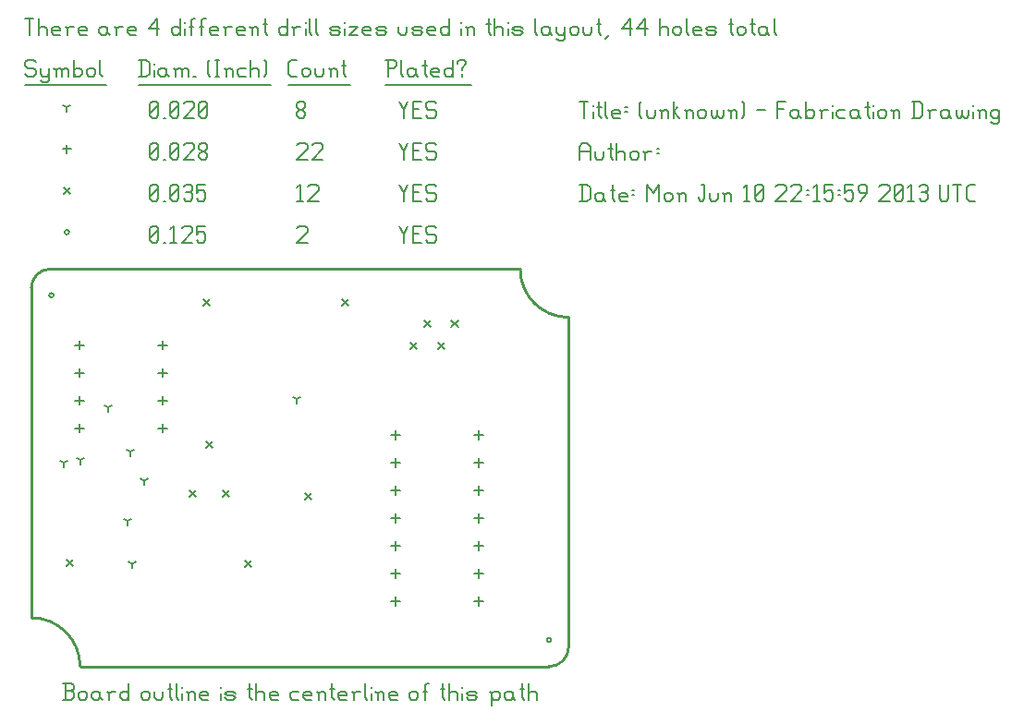
<source format=gbr>
G04 start of page 12 for group -3984 idx -3984 *
G04 Title: (unknown), fab *
G04 Creator: pcb 20110918 *
G04 CreationDate: Mon Jun 10 22:15:59 2013 UTC *
G04 For: fosse *
G04 Format: Gerber/RS-274X *
G04 PCB-Dimensions: 200000 148000 *
G04 PCB-Coordinate-Origin: lower left *
%MOIN*%
%FSLAX25Y25*%
%LNFAB*%
%ADD93C,0.0100*%
%ADD92C,0.0075*%
%ADD91C,0.0060*%
%ADD90R,0.0080X0.0080*%
G54D90*X8700Y136500D02*G75*G03X10300Y136500I800J0D01*G01*
G75*G03X8700Y136500I-800J0D01*G01*
X188100Y12100D02*G75*G03X189700Y12100I800J0D01*G01*
G75*G03X188100Y12100I-800J0D01*G01*
X14200Y159250D02*G75*G03X15800Y159250I800J0D01*G01*
G75*G03X14200Y159250I-800J0D01*G01*
G54D91*X135000Y161500D02*X136500Y158500D01*
X138000Y161500D01*
X136500Y158500D02*Y155500D01*
X139800Y158800D02*X142050D01*
X139800Y155500D02*X142800D01*
X139800Y161500D02*Y155500D01*
Y161500D02*X142800D01*
X147600D02*X148350Y160750D01*
X145350Y161500D02*X147600D01*
X144600Y160750D02*X145350Y161500D01*
X144600Y160750D02*Y159250D01*
X145350Y158500D01*
X147600D01*
X148350Y157750D01*
Y156250D01*
X147600Y155500D02*X148350Y156250D01*
X145350Y155500D02*X147600D01*
X144600Y156250D02*X145350Y155500D01*
X98000Y160750D02*X98750Y161500D01*
X101000D01*
X101750Y160750D01*
Y159250D01*
X98000Y155500D02*X101750Y159250D01*
X98000Y155500D02*X101750D01*
X45000Y156250D02*X45750Y155500D01*
X45000Y160750D02*Y156250D01*
Y160750D02*X45750Y161500D01*
X47250D01*
X48000Y160750D01*
Y156250D01*
X47250Y155500D02*X48000Y156250D01*
X45750Y155500D02*X47250D01*
X45000Y157000D02*X48000Y160000D01*
X49800Y155500D02*X50550D01*
X52350Y160300D02*X53550Y161500D01*
Y155500D01*
X52350D02*X54600D01*
X56400Y160750D02*X57150Y161500D01*
X59400D01*
X60150Y160750D01*
Y159250D01*
X56400Y155500D02*X60150Y159250D01*
X56400Y155500D02*X60150D01*
X61950Y161500D02*X64950D01*
X61950D02*Y158500D01*
X62700Y159250D01*
X64200D01*
X64950Y158500D01*
Y156250D01*
X64200Y155500D02*X64950Y156250D01*
X62700Y155500D02*X64200D01*
X61950Y156250D02*X62700Y155500D01*
X59300Y66200D02*X61700Y63800D01*
X59300D02*X61700Y66200D01*
X71100D02*X73500Y63800D01*
X71100D02*X73500Y66200D01*
X138957Y119471D02*X141357Y117071D01*
X138957D02*X141357Y119471D01*
X143879Y127345D02*X146279Y124945D01*
X143879D02*X146279Y127345D01*
X148800Y119471D02*X151200Y117071D01*
X148800D02*X151200Y119471D01*
X153721Y127345D02*X156121Y124945D01*
X153721D02*X156121Y127345D01*
X64300Y135200D02*X66700Y132800D01*
X64300D02*X66700Y135200D01*
X114300D02*X116700Y132800D01*
X114300D02*X116700Y135200D01*
X100800Y65200D02*X103200Y62800D01*
X100800D02*X103200Y65200D01*
X65300Y83700D02*X67700Y81300D01*
X65300D02*X67700Y83700D01*
X79300Y40700D02*X81700Y38300D01*
X79300D02*X81700Y40700D01*
X14800Y41200D02*X17200Y38800D01*
X14800D02*X17200Y41200D01*
X13800Y175450D02*X16200Y173050D01*
X13800D02*X16200Y175450D01*
X135000Y176500D02*X136500Y173500D01*
X138000Y176500D01*
X136500Y173500D02*Y170500D01*
X139800Y173800D02*X142050D01*
X139800Y170500D02*X142800D01*
X139800Y176500D02*Y170500D01*
Y176500D02*X142800D01*
X147600D02*X148350Y175750D01*
X145350Y176500D02*X147600D01*
X144600Y175750D02*X145350Y176500D01*
X144600Y175750D02*Y174250D01*
X145350Y173500D01*
X147600D01*
X148350Y172750D01*
Y171250D01*
X147600Y170500D02*X148350Y171250D01*
X145350Y170500D02*X147600D01*
X144600Y171250D02*X145350Y170500D01*
X98000Y175300D02*X99200Y176500D01*
Y170500D01*
X98000D02*X100250D01*
X102050Y175750D02*X102800Y176500D01*
X105050D01*
X105800Y175750D01*
Y174250D01*
X102050Y170500D02*X105800Y174250D01*
X102050Y170500D02*X105800D01*
X45000Y171250D02*X45750Y170500D01*
X45000Y175750D02*Y171250D01*
Y175750D02*X45750Y176500D01*
X47250D01*
X48000Y175750D01*
Y171250D01*
X47250Y170500D02*X48000Y171250D01*
X45750Y170500D02*X47250D01*
X45000Y172000D02*X48000Y175000D01*
X49800Y170500D02*X50550D01*
X52350Y171250D02*X53100Y170500D01*
X52350Y175750D02*Y171250D01*
Y175750D02*X53100Y176500D01*
X54600D01*
X55350Y175750D01*
Y171250D01*
X54600Y170500D02*X55350Y171250D01*
X53100Y170500D02*X54600D01*
X52350Y172000D02*X55350Y175000D01*
X57150Y175750D02*X57900Y176500D01*
X59400D01*
X60150Y175750D01*
X59400Y170500D02*X60150Y171250D01*
X57900Y170500D02*X59400D01*
X57150Y171250D02*X57900Y170500D01*
Y173800D02*X59400D01*
X60150Y175750D02*Y174550D01*
Y173050D02*Y171250D01*
Y173050D02*X59400Y173800D01*
X60150Y174550D02*X59400Y173800D01*
X61950Y176500D02*X64950D01*
X61950D02*Y173500D01*
X62700Y174250D01*
X64200D01*
X64950Y173500D01*
Y171250D01*
X64200Y170500D02*X64950Y171250D01*
X62700Y170500D02*X64200D01*
X61950Y171250D02*X62700Y170500D01*
X133500Y27600D02*Y24400D01*
X131900Y26000D02*X135100D01*
X133500Y37600D02*Y34400D01*
X131900Y36000D02*X135100D01*
X133500Y47600D02*Y44400D01*
X131900Y46000D02*X135100D01*
X133500Y57600D02*Y54400D01*
X131900Y56000D02*X135100D01*
X133500Y67600D02*Y64400D01*
X131900Y66000D02*X135100D01*
X133500Y77600D02*Y74400D01*
X131900Y76000D02*X135100D01*
X133500Y87600D02*Y84400D01*
X131900Y86000D02*X135100D01*
X163500Y87600D02*Y84400D01*
X161900Y86000D02*X165100D01*
X163500Y77600D02*Y74400D01*
X161900Y76000D02*X165100D01*
X163500Y67600D02*Y64400D01*
X161900Y66000D02*X165100D01*
X163500Y57600D02*Y54400D01*
X161900Y56000D02*X165100D01*
X163500Y47600D02*Y44400D01*
X161900Y46000D02*X165100D01*
X163500Y37600D02*Y34400D01*
X161900Y36000D02*X165100D01*
X163500Y27600D02*Y24400D01*
X161900Y26000D02*X165100D01*
X19500Y90100D02*Y86900D01*
X17900Y88500D02*X21100D01*
X19500Y100100D02*Y96900D01*
X17900Y98500D02*X21100D01*
X19500Y110100D02*Y106900D01*
X17900Y108500D02*X21100D01*
X19500Y120100D02*Y116900D01*
X17900Y118500D02*X21100D01*
X49500Y120100D02*Y116900D01*
X47900Y118500D02*X51100D01*
X49500Y110100D02*Y106900D01*
X47900Y108500D02*X51100D01*
X49500Y100100D02*Y96900D01*
X47900Y98500D02*X51100D01*
X49500Y90100D02*Y86900D01*
X47900Y88500D02*X51100D01*
X15000Y190850D02*Y187650D01*
X13400Y189250D02*X16600D01*
X135000Y191500D02*X136500Y188500D01*
X138000Y191500D01*
X136500Y188500D02*Y185500D01*
X139800Y188800D02*X142050D01*
X139800Y185500D02*X142800D01*
X139800Y191500D02*Y185500D01*
Y191500D02*X142800D01*
X147600D02*X148350Y190750D01*
X145350Y191500D02*X147600D01*
X144600Y190750D02*X145350Y191500D01*
X144600Y190750D02*Y189250D01*
X145350Y188500D01*
X147600D01*
X148350Y187750D01*
Y186250D01*
X147600Y185500D02*X148350Y186250D01*
X145350Y185500D02*X147600D01*
X144600Y186250D02*X145350Y185500D01*
X98000Y190750D02*X98750Y191500D01*
X101000D01*
X101750Y190750D01*
Y189250D01*
X98000Y185500D02*X101750Y189250D01*
X98000Y185500D02*X101750D01*
X103550Y190750D02*X104300Y191500D01*
X106550D01*
X107300Y190750D01*
Y189250D01*
X103550Y185500D02*X107300Y189250D01*
X103550Y185500D02*X107300D01*
X45000Y186250D02*X45750Y185500D01*
X45000Y190750D02*Y186250D01*
Y190750D02*X45750Y191500D01*
X47250D01*
X48000Y190750D01*
Y186250D01*
X47250Y185500D02*X48000Y186250D01*
X45750Y185500D02*X47250D01*
X45000Y187000D02*X48000Y190000D01*
X49800Y185500D02*X50550D01*
X52350Y186250D02*X53100Y185500D01*
X52350Y190750D02*Y186250D01*
Y190750D02*X53100Y191500D01*
X54600D01*
X55350Y190750D01*
Y186250D01*
X54600Y185500D02*X55350Y186250D01*
X53100Y185500D02*X54600D01*
X52350Y187000D02*X55350Y190000D01*
X57150Y190750D02*X57900Y191500D01*
X60150D01*
X60900Y190750D01*
Y189250D01*
X57150Y185500D02*X60900Y189250D01*
X57150Y185500D02*X60900D01*
X62700Y186250D02*X63450Y185500D01*
X62700Y187450D02*Y186250D01*
Y187450D02*X63750Y188500D01*
X64650D01*
X65700Y187450D01*
Y186250D01*
X64950Y185500D02*X65700Y186250D01*
X63450Y185500D02*X64950D01*
X62700Y189550D02*X63750Y188500D01*
X62700Y190750D02*Y189550D01*
Y190750D02*X63450Y191500D01*
X64950D01*
X65700Y190750D01*
Y189550D01*
X64650Y188500D02*X65700Y189550D01*
X98000Y99000D02*Y97400D01*
Y99000D02*X99387Y99800D01*
X98000Y99000D02*X96613Y99800D01*
X38000Y80000D02*Y78400D01*
Y80000D02*X39387Y80800D01*
X38000Y80000D02*X36613Y80800D01*
X43000Y69500D02*Y67900D01*
Y69500D02*X44387Y70300D01*
X43000Y69500D02*X41613Y70300D01*
X30000Y96000D02*Y94400D01*
Y96000D02*X31387Y96800D01*
X30000Y96000D02*X28613Y96800D01*
X37000Y55000D02*Y53400D01*
Y55000D02*X38387Y55800D01*
X37000Y55000D02*X35613Y55800D01*
X38500Y39500D02*Y37900D01*
Y39500D02*X39887Y40300D01*
X38500Y39500D02*X37113Y40300D01*
X20000Y77000D02*Y75400D01*
Y77000D02*X21387Y77800D01*
X20000Y77000D02*X18613Y77800D01*
X14000Y76000D02*Y74400D01*
Y76000D02*X15387Y76800D01*
X14000Y76000D02*X12613Y76800D01*
X15000Y204250D02*Y202650D01*
Y204250D02*X16387Y205050D01*
X15000Y204250D02*X13613Y205050D01*
X135000Y206500D02*X136500Y203500D01*
X138000Y206500D01*
X136500Y203500D02*Y200500D01*
X139800Y203800D02*X142050D01*
X139800Y200500D02*X142800D01*
X139800Y206500D02*Y200500D01*
Y206500D02*X142800D01*
X147600D02*X148350Y205750D01*
X145350Y206500D02*X147600D01*
X144600Y205750D02*X145350Y206500D01*
X144600Y205750D02*Y204250D01*
X145350Y203500D01*
X147600D01*
X148350Y202750D01*
Y201250D01*
X147600Y200500D02*X148350Y201250D01*
X145350Y200500D02*X147600D01*
X144600Y201250D02*X145350Y200500D01*
X98000Y201250D02*X98750Y200500D01*
X98000Y202450D02*Y201250D01*
Y202450D02*X99050Y203500D01*
X99950D01*
X101000Y202450D01*
Y201250D01*
X100250Y200500D02*X101000Y201250D01*
X98750Y200500D02*X100250D01*
X98000Y204550D02*X99050Y203500D01*
X98000Y205750D02*Y204550D01*
Y205750D02*X98750Y206500D01*
X100250D01*
X101000Y205750D01*
Y204550D01*
X99950Y203500D02*X101000Y204550D01*
X45000Y201250D02*X45750Y200500D01*
X45000Y205750D02*Y201250D01*
Y205750D02*X45750Y206500D01*
X47250D01*
X48000Y205750D01*
Y201250D01*
X47250Y200500D02*X48000Y201250D01*
X45750Y200500D02*X47250D01*
X45000Y202000D02*X48000Y205000D01*
X49800Y200500D02*X50550D01*
X52350Y201250D02*X53100Y200500D01*
X52350Y205750D02*Y201250D01*
Y205750D02*X53100Y206500D01*
X54600D01*
X55350Y205750D01*
Y201250D01*
X54600Y200500D02*X55350Y201250D01*
X53100Y200500D02*X54600D01*
X52350Y202000D02*X55350Y205000D01*
X57150Y205750D02*X57900Y206500D01*
X60150D01*
X60900Y205750D01*
Y204250D01*
X57150Y200500D02*X60900Y204250D01*
X57150Y200500D02*X60900D01*
X62700Y201250D02*X63450Y200500D01*
X62700Y205750D02*Y201250D01*
Y205750D02*X63450Y206500D01*
X64950D01*
X65700Y205750D01*
Y201250D01*
X64950Y200500D02*X65700Y201250D01*
X63450Y200500D02*X64950D01*
X62700Y202000D02*X65700Y205000D01*
X3000Y221500D02*X3750Y220750D01*
X750Y221500D02*X3000D01*
X0Y220750D02*X750Y221500D01*
X0Y220750D02*Y219250D01*
X750Y218500D01*
X3000D01*
X3750Y217750D01*
Y216250D01*
X3000Y215500D02*X3750Y216250D01*
X750Y215500D02*X3000D01*
X0Y216250D02*X750Y215500D01*
X5550Y218500D02*Y216250D01*
X6300Y215500D01*
X8550Y218500D02*Y214000D01*
X7800Y213250D02*X8550Y214000D01*
X6300Y213250D02*X7800D01*
X5550Y214000D02*X6300Y213250D01*
Y215500D02*X7800D01*
X8550Y216250D01*
X11100Y217750D02*Y215500D01*
Y217750D02*X11850Y218500D01*
X12600D01*
X13350Y217750D01*
Y215500D01*
Y217750D02*X14100Y218500D01*
X14850D01*
X15600Y217750D01*
Y215500D01*
X10350Y218500D02*X11100Y217750D01*
X17400Y221500D02*Y215500D01*
Y216250D02*X18150Y215500D01*
X19650D01*
X20400Y216250D01*
Y217750D02*Y216250D01*
X19650Y218500D02*X20400Y217750D01*
X18150Y218500D02*X19650D01*
X17400Y217750D02*X18150Y218500D01*
X22200Y217750D02*Y216250D01*
Y217750D02*X22950Y218500D01*
X24450D01*
X25200Y217750D01*
Y216250D01*
X24450Y215500D02*X25200Y216250D01*
X22950Y215500D02*X24450D01*
X22200Y216250D02*X22950Y215500D01*
X27000Y221500D02*Y216250D01*
X27750Y215500D01*
X0Y212250D02*X29250D01*
X41750Y221500D02*Y215500D01*
X43700Y221500D02*X44750Y220450D01*
Y216550D01*
X43700Y215500D02*X44750Y216550D01*
X41000Y215500D02*X43700D01*
X41000Y221500D02*X43700D01*
G54D92*X46550Y220000D02*Y219850D01*
G54D91*Y217750D02*Y215500D01*
X50300Y218500D02*X51050Y217750D01*
X48800Y218500D02*X50300D01*
X48050Y217750D02*X48800Y218500D01*
X48050Y217750D02*Y216250D01*
X48800Y215500D01*
X51050Y218500D02*Y216250D01*
X51800Y215500D01*
X48800D02*X50300D01*
X51050Y216250D01*
X54350Y217750D02*Y215500D01*
Y217750D02*X55100Y218500D01*
X55850D01*
X56600Y217750D01*
Y215500D01*
Y217750D02*X57350Y218500D01*
X58100D01*
X58850Y217750D01*
Y215500D01*
X53600Y218500D02*X54350Y217750D01*
X60650Y215500D02*X61400D01*
X65900Y216250D02*X66650Y215500D01*
X65900Y220750D02*X66650Y221500D01*
X65900Y220750D02*Y216250D01*
X68450Y221500D02*X69950D01*
X69200D02*Y215500D01*
X68450D02*X69950D01*
X72500Y217750D02*Y215500D01*
Y217750D02*X73250Y218500D01*
X74000D01*
X74750Y217750D01*
Y215500D01*
X71750Y218500D02*X72500Y217750D01*
X77300Y218500D02*X79550D01*
X76550Y217750D02*X77300Y218500D01*
X76550Y217750D02*Y216250D01*
X77300Y215500D01*
X79550D01*
X81350Y221500D02*Y215500D01*
Y217750D02*X82100Y218500D01*
X83600D01*
X84350Y217750D01*
Y215500D01*
X86150Y221500D02*X86900Y220750D01*
Y216250D01*
X86150Y215500D02*X86900Y216250D01*
X41000Y212250D02*X88700D01*
X96050Y215500D02*X98000D01*
X95000Y216550D02*X96050Y215500D01*
X95000Y220450D02*Y216550D01*
Y220450D02*X96050Y221500D01*
X98000D01*
X99800Y217750D02*Y216250D01*
Y217750D02*X100550Y218500D01*
X102050D01*
X102800Y217750D01*
Y216250D01*
X102050Y215500D02*X102800Y216250D01*
X100550Y215500D02*X102050D01*
X99800Y216250D02*X100550Y215500D01*
X104600Y218500D02*Y216250D01*
X105350Y215500D01*
X106850D01*
X107600Y216250D01*
Y218500D02*Y216250D01*
X110150Y217750D02*Y215500D01*
Y217750D02*X110900Y218500D01*
X111650D01*
X112400Y217750D01*
Y215500D01*
X109400Y218500D02*X110150Y217750D01*
X114950Y221500D02*Y216250D01*
X115700Y215500D01*
X114200Y219250D02*X115700D01*
X95000Y212250D02*X117200D01*
X130750Y221500D02*Y215500D01*
X130000Y221500D02*X133000D01*
X133750Y220750D01*
Y219250D01*
X133000Y218500D02*X133750Y219250D01*
X130750Y218500D02*X133000D01*
X135550Y221500D02*Y216250D01*
X136300Y215500D01*
X140050Y218500D02*X140800Y217750D01*
X138550Y218500D02*X140050D01*
X137800Y217750D02*X138550Y218500D01*
X137800Y217750D02*Y216250D01*
X138550Y215500D01*
X140800Y218500D02*Y216250D01*
X141550Y215500D01*
X138550D02*X140050D01*
X140800Y216250D01*
X144100Y221500D02*Y216250D01*
X144850Y215500D01*
X143350Y219250D02*X144850D01*
X147100Y215500D02*X149350D01*
X146350Y216250D02*X147100Y215500D01*
X146350Y217750D02*Y216250D01*
Y217750D02*X147100Y218500D01*
X148600D01*
X149350Y217750D01*
X146350Y217000D02*X149350D01*
Y217750D02*Y217000D01*
X154150Y221500D02*Y215500D01*
X153400D02*X154150Y216250D01*
X151900Y215500D02*X153400D01*
X151150Y216250D02*X151900Y215500D01*
X151150Y217750D02*Y216250D01*
Y217750D02*X151900Y218500D01*
X153400D01*
X154150Y217750D01*
X157450Y218500D02*Y217750D01*
Y216250D02*Y215500D01*
X155950Y220750D02*Y220000D01*
Y220750D02*X156700Y221500D01*
X158200D01*
X158950Y220750D01*
Y220000D01*
X157450Y218500D02*X158950Y220000D01*
X130000Y212250D02*X160750D01*
X0Y236500D02*X3000D01*
X1500D02*Y230500D01*
X4800Y236500D02*Y230500D01*
Y232750D02*X5550Y233500D01*
X7050D01*
X7800Y232750D01*
Y230500D01*
X10350D02*X12600D01*
X9600Y231250D02*X10350Y230500D01*
X9600Y232750D02*Y231250D01*
Y232750D02*X10350Y233500D01*
X11850D01*
X12600Y232750D01*
X9600Y232000D02*X12600D01*
Y232750D02*Y232000D01*
X15150Y232750D02*Y230500D01*
Y232750D02*X15900Y233500D01*
X17400D01*
X14400D02*X15150Y232750D01*
X19950Y230500D02*X22200D01*
X19200Y231250D02*X19950Y230500D01*
X19200Y232750D02*Y231250D01*
Y232750D02*X19950Y233500D01*
X21450D01*
X22200Y232750D01*
X19200Y232000D02*X22200D01*
Y232750D02*Y232000D01*
X28950Y233500D02*X29700Y232750D01*
X27450Y233500D02*X28950D01*
X26700Y232750D02*X27450Y233500D01*
X26700Y232750D02*Y231250D01*
X27450Y230500D01*
X29700Y233500D02*Y231250D01*
X30450Y230500D01*
X27450D02*X28950D01*
X29700Y231250D01*
X33000Y232750D02*Y230500D01*
Y232750D02*X33750Y233500D01*
X35250D01*
X32250D02*X33000Y232750D01*
X37800Y230500D02*X40050D01*
X37050Y231250D02*X37800Y230500D01*
X37050Y232750D02*Y231250D01*
Y232750D02*X37800Y233500D01*
X39300D01*
X40050Y232750D01*
X37050Y232000D02*X40050D01*
Y232750D02*Y232000D01*
X44550Y232750D02*X47550Y236500D01*
X44550Y232750D02*X48300D01*
X47550Y236500D02*Y230500D01*
X55800Y236500D02*Y230500D01*
X55050D02*X55800Y231250D01*
X53550Y230500D02*X55050D01*
X52800Y231250D02*X53550Y230500D01*
X52800Y232750D02*Y231250D01*
Y232750D02*X53550Y233500D01*
X55050D01*
X55800Y232750D01*
G54D92*X57600Y235000D02*Y234850D01*
G54D91*Y232750D02*Y230500D01*
X59850Y235750D02*Y230500D01*
Y235750D02*X60600Y236500D01*
X61350D01*
X59100Y233500D02*X60600D01*
X63600Y235750D02*Y230500D01*
Y235750D02*X64350Y236500D01*
X65100D01*
X62850Y233500D02*X64350D01*
X67350Y230500D02*X69600D01*
X66600Y231250D02*X67350Y230500D01*
X66600Y232750D02*Y231250D01*
Y232750D02*X67350Y233500D01*
X68850D01*
X69600Y232750D01*
X66600Y232000D02*X69600D01*
Y232750D02*Y232000D01*
X72150Y232750D02*Y230500D01*
Y232750D02*X72900Y233500D01*
X74400D01*
X71400D02*X72150Y232750D01*
X76950Y230500D02*X79200D01*
X76200Y231250D02*X76950Y230500D01*
X76200Y232750D02*Y231250D01*
Y232750D02*X76950Y233500D01*
X78450D01*
X79200Y232750D01*
X76200Y232000D02*X79200D01*
Y232750D02*Y232000D01*
X81750Y232750D02*Y230500D01*
Y232750D02*X82500Y233500D01*
X83250D01*
X84000Y232750D01*
Y230500D01*
X81000Y233500D02*X81750Y232750D01*
X86550Y236500D02*Y231250D01*
X87300Y230500D01*
X85800Y234250D02*X87300D01*
X94500Y236500D02*Y230500D01*
X93750D02*X94500Y231250D01*
X92250Y230500D02*X93750D01*
X91500Y231250D02*X92250Y230500D01*
X91500Y232750D02*Y231250D01*
Y232750D02*X92250Y233500D01*
X93750D01*
X94500Y232750D01*
X97050D02*Y230500D01*
Y232750D02*X97800Y233500D01*
X99300D01*
X96300D02*X97050Y232750D01*
G54D92*X101100Y235000D02*Y234850D01*
G54D91*Y232750D02*Y230500D01*
X102600Y236500D02*Y231250D01*
X103350Y230500D01*
X104850Y236500D02*Y231250D01*
X105600Y230500D01*
X110550D02*X112800D01*
X113550Y231250D01*
X112800Y232000D02*X113550Y231250D01*
X110550Y232000D02*X112800D01*
X109800Y232750D02*X110550Y232000D01*
X109800Y232750D02*X110550Y233500D01*
X112800D01*
X113550Y232750D01*
X109800Y231250D02*X110550Y230500D01*
G54D92*X115350Y235000D02*Y234850D01*
G54D91*Y232750D02*Y230500D01*
X116850Y233500D02*X119850D01*
X116850Y230500D02*X119850Y233500D01*
X116850Y230500D02*X119850D01*
X122400D02*X124650D01*
X121650Y231250D02*X122400Y230500D01*
X121650Y232750D02*Y231250D01*
Y232750D02*X122400Y233500D01*
X123900D01*
X124650Y232750D01*
X121650Y232000D02*X124650D01*
Y232750D02*Y232000D01*
X127200Y230500D02*X129450D01*
X130200Y231250D01*
X129450Y232000D02*X130200Y231250D01*
X127200Y232000D02*X129450D01*
X126450Y232750D02*X127200Y232000D01*
X126450Y232750D02*X127200Y233500D01*
X129450D01*
X130200Y232750D01*
X126450Y231250D02*X127200Y230500D01*
X134700Y233500D02*Y231250D01*
X135450Y230500D01*
X136950D01*
X137700Y231250D01*
Y233500D02*Y231250D01*
X140250Y230500D02*X142500D01*
X143250Y231250D01*
X142500Y232000D02*X143250Y231250D01*
X140250Y232000D02*X142500D01*
X139500Y232750D02*X140250Y232000D01*
X139500Y232750D02*X140250Y233500D01*
X142500D01*
X143250Y232750D01*
X139500Y231250D02*X140250Y230500D01*
X145800D02*X148050D01*
X145050Y231250D02*X145800Y230500D01*
X145050Y232750D02*Y231250D01*
Y232750D02*X145800Y233500D01*
X147300D01*
X148050Y232750D01*
X145050Y232000D02*X148050D01*
Y232750D02*Y232000D01*
X152850Y236500D02*Y230500D01*
X152100D02*X152850Y231250D01*
X150600Y230500D02*X152100D01*
X149850Y231250D02*X150600Y230500D01*
X149850Y232750D02*Y231250D01*
Y232750D02*X150600Y233500D01*
X152100D01*
X152850Y232750D01*
G54D92*X157350Y235000D02*Y234850D01*
G54D91*Y232750D02*Y230500D01*
X159600Y232750D02*Y230500D01*
Y232750D02*X160350Y233500D01*
X161100D01*
X161850Y232750D01*
Y230500D01*
X158850Y233500D02*X159600Y232750D01*
X167100Y236500D02*Y231250D01*
X167850Y230500D01*
X166350Y234250D02*X167850D01*
X169350Y236500D02*Y230500D01*
Y232750D02*X170100Y233500D01*
X171600D01*
X172350Y232750D01*
Y230500D01*
G54D92*X174150Y235000D02*Y234850D01*
G54D91*Y232750D02*Y230500D01*
X176400D02*X178650D01*
X179400Y231250D01*
X178650Y232000D02*X179400Y231250D01*
X176400Y232000D02*X178650D01*
X175650Y232750D02*X176400Y232000D01*
X175650Y232750D02*X176400Y233500D01*
X178650D01*
X179400Y232750D01*
X175650Y231250D02*X176400Y230500D01*
X183900Y236500D02*Y231250D01*
X184650Y230500D01*
X188400Y233500D02*X189150Y232750D01*
X186900Y233500D02*X188400D01*
X186150Y232750D02*X186900Y233500D01*
X186150Y232750D02*Y231250D01*
X186900Y230500D01*
X189150Y233500D02*Y231250D01*
X189900Y230500D01*
X186900D02*X188400D01*
X189150Y231250D01*
X191700Y233500D02*Y231250D01*
X192450Y230500D01*
X194700Y233500D02*Y229000D01*
X193950Y228250D02*X194700Y229000D01*
X192450Y228250D02*X193950D01*
X191700Y229000D02*X192450Y228250D01*
Y230500D02*X193950D01*
X194700Y231250D01*
X196500Y232750D02*Y231250D01*
Y232750D02*X197250Y233500D01*
X198750D01*
X199500Y232750D01*
Y231250D01*
X198750Y230500D02*X199500Y231250D01*
X197250Y230500D02*X198750D01*
X196500Y231250D02*X197250Y230500D01*
X201300Y233500D02*Y231250D01*
X202050Y230500D01*
X203550D01*
X204300Y231250D01*
Y233500D02*Y231250D01*
X206850Y236500D02*Y231250D01*
X207600Y230500D01*
X206100Y234250D02*X207600D01*
X209100Y229000D02*X210600Y230500D01*
X215100Y232750D02*X218100Y236500D01*
X215100Y232750D02*X218850D01*
X218100Y236500D02*Y230500D01*
X220650Y232750D02*X223650Y236500D01*
X220650Y232750D02*X224400D01*
X223650Y236500D02*Y230500D01*
X228900Y236500D02*Y230500D01*
Y232750D02*X229650Y233500D01*
X231150D01*
X231900Y232750D01*
Y230500D01*
X233700Y232750D02*Y231250D01*
Y232750D02*X234450Y233500D01*
X235950D01*
X236700Y232750D01*
Y231250D01*
X235950Y230500D02*X236700Y231250D01*
X234450Y230500D02*X235950D01*
X233700Y231250D02*X234450Y230500D01*
X238500Y236500D02*Y231250D01*
X239250Y230500D01*
X241500D02*X243750D01*
X240750Y231250D02*X241500Y230500D01*
X240750Y232750D02*Y231250D01*
Y232750D02*X241500Y233500D01*
X243000D01*
X243750Y232750D01*
X240750Y232000D02*X243750D01*
Y232750D02*Y232000D01*
X246300Y230500D02*X248550D01*
X249300Y231250D01*
X248550Y232000D02*X249300Y231250D01*
X246300Y232000D02*X248550D01*
X245550Y232750D02*X246300Y232000D01*
X245550Y232750D02*X246300Y233500D01*
X248550D01*
X249300Y232750D01*
X245550Y231250D02*X246300Y230500D01*
X254550Y236500D02*Y231250D01*
X255300Y230500D01*
X253800Y234250D02*X255300D01*
X256800Y232750D02*Y231250D01*
Y232750D02*X257550Y233500D01*
X259050D01*
X259800Y232750D01*
Y231250D01*
X259050Y230500D02*X259800Y231250D01*
X257550Y230500D02*X259050D01*
X256800Y231250D02*X257550Y230500D01*
X262350Y236500D02*Y231250D01*
X263100Y230500D01*
X261600Y234250D02*X263100D01*
X266850Y233500D02*X267600Y232750D01*
X265350Y233500D02*X266850D01*
X264600Y232750D02*X265350Y233500D01*
X264600Y232750D02*Y231250D01*
X265350Y230500D01*
X267600Y233500D02*Y231250D01*
X268350Y230500D01*
X265350D02*X266850D01*
X267600Y231250D01*
X270150Y236500D02*Y231250D01*
X270900Y230500D01*
G54D93*X178500Y146000D02*X9000D01*
X196000Y9500D02*Y128500D01*
X19800Y2500D02*X189000D01*
X2200Y139300D02*Y20100D01*
X189000Y2500D02*G75*G03X196000Y9500I0J7000D01*G01*
X178500Y146000D02*G75*G03X196000Y128500I17500J0D01*G01*
X9100Y146000D02*G75*G03X2200Y139100I0J-6900D01*G01*
X2200Y20100D02*G75*G02X19800Y2500I0J-17600D01*G01*
G54D91*X13675Y-9500D02*X16675D01*
X17425Y-8750D01*
Y-6950D02*Y-8750D01*
X16675Y-6200D02*X17425Y-6950D01*
X14425Y-6200D02*X16675D01*
X14425Y-3500D02*Y-9500D01*
X13675Y-3500D02*X16675D01*
X17425Y-4250D01*
Y-5450D01*
X16675Y-6200D02*X17425Y-5450D01*
X19225Y-7250D02*Y-8750D01*
Y-7250D02*X19975Y-6500D01*
X21475D01*
X22225Y-7250D01*
Y-8750D01*
X21475Y-9500D02*X22225Y-8750D01*
X19975Y-9500D02*X21475D01*
X19225Y-8750D02*X19975Y-9500D01*
X26275Y-6500D02*X27025Y-7250D01*
X24775Y-6500D02*X26275D01*
X24025Y-7250D02*X24775Y-6500D01*
X24025Y-7250D02*Y-8750D01*
X24775Y-9500D01*
X27025Y-6500D02*Y-8750D01*
X27775Y-9500D01*
X24775D02*X26275D01*
X27025Y-8750D01*
X30325Y-7250D02*Y-9500D01*
Y-7250D02*X31075Y-6500D01*
X32575D01*
X29575D02*X30325Y-7250D01*
X37375Y-3500D02*Y-9500D01*
X36625D02*X37375Y-8750D01*
X35125Y-9500D02*X36625D01*
X34375Y-8750D02*X35125Y-9500D01*
X34375Y-7250D02*Y-8750D01*
Y-7250D02*X35125Y-6500D01*
X36625D01*
X37375Y-7250D01*
X41875D02*Y-8750D01*
Y-7250D02*X42625Y-6500D01*
X44125D01*
X44875Y-7250D01*
Y-8750D01*
X44125Y-9500D02*X44875Y-8750D01*
X42625Y-9500D02*X44125D01*
X41875Y-8750D02*X42625Y-9500D01*
X46675Y-6500D02*Y-8750D01*
X47425Y-9500D01*
X48925D01*
X49675Y-8750D01*
Y-6500D02*Y-8750D01*
X52225Y-3500D02*Y-8750D01*
X52975Y-9500D01*
X51475Y-5750D02*X52975D01*
X54475Y-3500D02*Y-8750D01*
X55225Y-9500D01*
G54D92*X56725Y-5000D02*Y-5150D01*
G54D91*Y-7250D02*Y-9500D01*
X58975Y-7250D02*Y-9500D01*
Y-7250D02*X59725Y-6500D01*
X60475D01*
X61225Y-7250D01*
Y-9500D01*
X58225Y-6500D02*X58975Y-7250D01*
X63775Y-9500D02*X66025D01*
X63025Y-8750D02*X63775Y-9500D01*
X63025Y-7250D02*Y-8750D01*
Y-7250D02*X63775Y-6500D01*
X65275D01*
X66025Y-7250D01*
X63025Y-8000D02*X66025D01*
Y-7250D02*Y-8000D01*
G54D92*X70525Y-5000D02*Y-5150D01*
G54D91*Y-7250D02*Y-9500D01*
X72775D02*X75025D01*
X75775Y-8750D01*
X75025Y-8000D02*X75775Y-8750D01*
X72775Y-8000D02*X75025D01*
X72025Y-7250D02*X72775Y-8000D01*
X72025Y-7250D02*X72775Y-6500D01*
X75025D01*
X75775Y-7250D01*
X72025Y-8750D02*X72775Y-9500D01*
X81025Y-3500D02*Y-8750D01*
X81775Y-9500D01*
X80275Y-5750D02*X81775D01*
X83275Y-3500D02*Y-9500D01*
Y-7250D02*X84025Y-6500D01*
X85525D01*
X86275Y-7250D01*
Y-9500D01*
X88825D02*X91075D01*
X88075Y-8750D02*X88825Y-9500D01*
X88075Y-7250D02*Y-8750D01*
Y-7250D02*X88825Y-6500D01*
X90325D01*
X91075Y-7250D01*
X88075Y-8000D02*X91075D01*
Y-7250D02*Y-8000D01*
X96325Y-6500D02*X98575D01*
X95575Y-7250D02*X96325Y-6500D01*
X95575Y-7250D02*Y-8750D01*
X96325Y-9500D01*
X98575D01*
X101125D02*X103375D01*
X100375Y-8750D02*X101125Y-9500D01*
X100375Y-7250D02*Y-8750D01*
Y-7250D02*X101125Y-6500D01*
X102625D01*
X103375Y-7250D01*
X100375Y-8000D02*X103375D01*
Y-7250D02*Y-8000D01*
X105925Y-7250D02*Y-9500D01*
Y-7250D02*X106675Y-6500D01*
X107425D01*
X108175Y-7250D01*
Y-9500D01*
X105175Y-6500D02*X105925Y-7250D01*
X110725Y-3500D02*Y-8750D01*
X111475Y-9500D01*
X109975Y-5750D02*X111475D01*
X113725Y-9500D02*X115975D01*
X112975Y-8750D02*X113725Y-9500D01*
X112975Y-7250D02*Y-8750D01*
Y-7250D02*X113725Y-6500D01*
X115225D01*
X115975Y-7250D01*
X112975Y-8000D02*X115975D01*
Y-7250D02*Y-8000D01*
X118525Y-7250D02*Y-9500D01*
Y-7250D02*X119275Y-6500D01*
X120775D01*
X117775D02*X118525Y-7250D01*
X122575Y-3500D02*Y-8750D01*
X123325Y-9500D01*
G54D92*X124825Y-5000D02*Y-5150D01*
G54D91*Y-7250D02*Y-9500D01*
X127075Y-7250D02*Y-9500D01*
Y-7250D02*X127825Y-6500D01*
X128575D01*
X129325Y-7250D01*
Y-9500D01*
X126325Y-6500D02*X127075Y-7250D01*
X131875Y-9500D02*X134125D01*
X131125Y-8750D02*X131875Y-9500D01*
X131125Y-7250D02*Y-8750D01*
Y-7250D02*X131875Y-6500D01*
X133375D01*
X134125Y-7250D01*
X131125Y-8000D02*X134125D01*
Y-7250D02*Y-8000D01*
X138625Y-7250D02*Y-8750D01*
Y-7250D02*X139375Y-6500D01*
X140875D01*
X141625Y-7250D01*
Y-8750D01*
X140875Y-9500D02*X141625Y-8750D01*
X139375Y-9500D02*X140875D01*
X138625Y-8750D02*X139375Y-9500D01*
X144175Y-4250D02*Y-9500D01*
Y-4250D02*X144925Y-3500D01*
X145675D01*
X143425Y-6500D02*X144925D01*
X150625Y-3500D02*Y-8750D01*
X151375Y-9500D01*
X149875Y-5750D02*X151375D01*
X152875Y-3500D02*Y-9500D01*
Y-7250D02*X153625Y-6500D01*
X155125D01*
X155875Y-7250D01*
Y-9500D01*
G54D92*X157675Y-5000D02*Y-5150D01*
G54D91*Y-7250D02*Y-9500D01*
X159925D02*X162175D01*
X162925Y-8750D01*
X162175Y-8000D02*X162925Y-8750D01*
X159925Y-8000D02*X162175D01*
X159175Y-7250D02*X159925Y-8000D01*
X159175Y-7250D02*X159925Y-6500D01*
X162175D01*
X162925Y-7250D01*
X159175Y-8750D02*X159925Y-9500D01*
X168175Y-7250D02*Y-11750D01*
X167425Y-6500D02*X168175Y-7250D01*
X168925Y-6500D01*
X170425D01*
X171175Y-7250D01*
Y-8750D01*
X170425Y-9500D02*X171175Y-8750D01*
X168925Y-9500D02*X170425D01*
X168175Y-8750D02*X168925Y-9500D01*
X175225Y-6500D02*X175975Y-7250D01*
X173725Y-6500D02*X175225D01*
X172975Y-7250D02*X173725Y-6500D01*
X172975Y-7250D02*Y-8750D01*
X173725Y-9500D01*
X175975Y-6500D02*Y-8750D01*
X176725Y-9500D01*
X173725D02*X175225D01*
X175975Y-8750D01*
X179275Y-3500D02*Y-8750D01*
X180025Y-9500D01*
X178525Y-5750D02*X180025D01*
X181525Y-3500D02*Y-9500D01*
Y-7250D02*X182275Y-6500D01*
X183775D01*
X184525Y-7250D01*
Y-9500D01*
X200750Y176500D02*Y170500D01*
X202700Y176500D02*X203750Y175450D01*
Y171550D01*
X202700Y170500D02*X203750Y171550D01*
X200000Y170500D02*X202700D01*
X200000Y176500D02*X202700D01*
X207800Y173500D02*X208550Y172750D01*
X206300Y173500D02*X207800D01*
X205550Y172750D02*X206300Y173500D01*
X205550Y172750D02*Y171250D01*
X206300Y170500D01*
X208550Y173500D02*Y171250D01*
X209300Y170500D01*
X206300D02*X207800D01*
X208550Y171250D01*
X211850Y176500D02*Y171250D01*
X212600Y170500D01*
X211100Y174250D02*X212600D01*
X214850Y170500D02*X217100D01*
X214100Y171250D02*X214850Y170500D01*
X214100Y172750D02*Y171250D01*
Y172750D02*X214850Y173500D01*
X216350D01*
X217100Y172750D01*
X214100Y172000D02*X217100D01*
Y172750D02*Y172000D01*
X218900Y174250D02*X219650D01*
X218900Y172750D02*X219650D01*
X224150Y176500D02*Y170500D01*
Y176500D02*X226400Y173500D01*
X228650Y176500D01*
Y170500D01*
X230450Y172750D02*Y171250D01*
Y172750D02*X231200Y173500D01*
X232700D01*
X233450Y172750D01*
Y171250D01*
X232700Y170500D02*X233450Y171250D01*
X231200Y170500D02*X232700D01*
X230450Y171250D02*X231200Y170500D01*
X236000Y172750D02*Y170500D01*
Y172750D02*X236750Y173500D01*
X237500D01*
X238250Y172750D01*
Y170500D01*
X235250Y173500D02*X236000Y172750D01*
X243800Y176500D02*X245000D01*
Y171250D01*
X244250Y170500D02*X245000Y171250D01*
X243500Y170500D02*X244250D01*
X242750Y171250D02*X243500Y170500D01*
X242750Y172000D02*Y171250D01*
X246800Y173500D02*Y171250D01*
X247550Y170500D01*
X249050D01*
X249800Y171250D01*
Y173500D02*Y171250D01*
X252350Y172750D02*Y170500D01*
Y172750D02*X253100Y173500D01*
X253850D01*
X254600Y172750D01*
Y170500D01*
X251600Y173500D02*X252350Y172750D01*
X259100Y175300D02*X260300Y176500D01*
Y170500D01*
X259100D02*X261350D01*
X263150Y171250D02*X263900Y170500D01*
X263150Y175750D02*Y171250D01*
Y175750D02*X263900Y176500D01*
X265400D01*
X266150Y175750D01*
Y171250D01*
X265400Y170500D02*X266150Y171250D01*
X263900Y170500D02*X265400D01*
X263150Y172000D02*X266150Y175000D01*
X270650Y175750D02*X271400Y176500D01*
X273650D01*
X274400Y175750D01*
Y174250D01*
X270650Y170500D02*X274400Y174250D01*
X270650Y170500D02*X274400D01*
X276200Y175750D02*X276950Y176500D01*
X279200D01*
X279950Y175750D01*
Y174250D01*
X276200Y170500D02*X279950Y174250D01*
X276200Y170500D02*X279950D01*
X281750Y174250D02*X282500D01*
X281750Y172750D02*X282500D01*
X284300Y175300D02*X285500Y176500D01*
Y170500D01*
X284300D02*X286550D01*
X288350Y176500D02*X291350D01*
X288350D02*Y173500D01*
X289100Y174250D01*
X290600D01*
X291350Y173500D01*
Y171250D01*
X290600Y170500D02*X291350Y171250D01*
X289100Y170500D02*X290600D01*
X288350Y171250D02*X289100Y170500D01*
X293150Y174250D02*X293900D01*
X293150Y172750D02*X293900D01*
X295700Y176500D02*X298700D01*
X295700D02*Y173500D01*
X296450Y174250D01*
X297950D01*
X298700Y173500D01*
Y171250D01*
X297950Y170500D02*X298700Y171250D01*
X296450Y170500D02*X297950D01*
X295700Y171250D02*X296450Y170500D01*
X301250D02*X303500Y173500D01*
Y175750D02*Y173500D01*
X302750Y176500D02*X303500Y175750D01*
X301250Y176500D02*X302750D01*
X300500Y175750D02*X301250Y176500D01*
X300500Y175750D02*Y174250D01*
X301250Y173500D01*
X303500D01*
X308000Y175750D02*X308750Y176500D01*
X311000D01*
X311750Y175750D01*
Y174250D01*
X308000Y170500D02*X311750Y174250D01*
X308000Y170500D02*X311750D01*
X313550Y171250D02*X314300Y170500D01*
X313550Y175750D02*Y171250D01*
Y175750D02*X314300Y176500D01*
X315800D01*
X316550Y175750D01*
Y171250D01*
X315800Y170500D02*X316550Y171250D01*
X314300Y170500D02*X315800D01*
X313550Y172000D02*X316550Y175000D01*
X318350Y175300D02*X319550Y176500D01*
Y170500D01*
X318350D02*X320600D01*
X322400Y175750D02*X323150Y176500D01*
X324650D01*
X325400Y175750D01*
X324650Y170500D02*X325400Y171250D01*
X323150Y170500D02*X324650D01*
X322400Y171250D02*X323150Y170500D01*
Y173800D02*X324650D01*
X325400Y175750D02*Y174550D01*
Y173050D02*Y171250D01*
Y173050D02*X324650Y173800D01*
X325400Y174550D02*X324650Y173800D01*
X329900Y176500D02*Y171250D01*
X330650Y170500D01*
X332150D01*
X332900Y171250D01*
Y176500D02*Y171250D01*
X334700Y176500D02*X337700D01*
X336200D02*Y170500D01*
X340550D02*X342500D01*
X339500Y171550D02*X340550Y170500D01*
X339500Y175450D02*Y171550D01*
Y175450D02*X340550Y176500D01*
X342500D01*
X200000Y190000D02*Y185500D01*
Y190000D02*X201050Y191500D01*
X202700D01*
X203750Y190000D01*
Y185500D01*
X200000Y188500D02*X203750D01*
X205550D02*Y186250D01*
X206300Y185500D01*
X207800D01*
X208550Y186250D01*
Y188500D02*Y186250D01*
X211100Y191500D02*Y186250D01*
X211850Y185500D01*
X210350Y189250D02*X211850D01*
X213350Y191500D02*Y185500D01*
Y187750D02*X214100Y188500D01*
X215600D01*
X216350Y187750D01*
Y185500D01*
X218150Y187750D02*Y186250D01*
Y187750D02*X218900Y188500D01*
X220400D01*
X221150Y187750D01*
Y186250D01*
X220400Y185500D02*X221150Y186250D01*
X218900Y185500D02*X220400D01*
X218150Y186250D02*X218900Y185500D01*
X223700Y187750D02*Y185500D01*
Y187750D02*X224450Y188500D01*
X225950D01*
X222950D02*X223700Y187750D01*
X227750Y189250D02*X228500D01*
X227750Y187750D02*X228500D01*
X200000Y206500D02*X203000D01*
X201500D02*Y200500D01*
G54D92*X204800Y205000D02*Y204850D01*
G54D91*Y202750D02*Y200500D01*
X207050Y206500D02*Y201250D01*
X207800Y200500D01*
X206300Y204250D02*X207800D01*
X209300Y206500D02*Y201250D01*
X210050Y200500D01*
X212300D02*X214550D01*
X211550Y201250D02*X212300Y200500D01*
X211550Y202750D02*Y201250D01*
Y202750D02*X212300Y203500D01*
X213800D01*
X214550Y202750D01*
X211550Y202000D02*X214550D01*
Y202750D02*Y202000D01*
X216350Y204250D02*X217100D01*
X216350Y202750D02*X217100D01*
X221600Y201250D02*X222350Y200500D01*
X221600Y205750D02*X222350Y206500D01*
X221600Y205750D02*Y201250D01*
X224150Y203500D02*Y201250D01*
X224900Y200500D01*
X226400D01*
X227150Y201250D01*
Y203500D02*Y201250D01*
X229700Y202750D02*Y200500D01*
Y202750D02*X230450Y203500D01*
X231200D01*
X231950Y202750D01*
Y200500D01*
X228950Y203500D02*X229700Y202750D01*
X233750Y206500D02*Y200500D01*
Y202750D02*X236000Y200500D01*
X233750Y202750D02*X235250Y204250D01*
X238550Y202750D02*Y200500D01*
Y202750D02*X239300Y203500D01*
X240050D01*
X240800Y202750D01*
Y200500D01*
X237800Y203500D02*X238550Y202750D01*
X242600D02*Y201250D01*
Y202750D02*X243350Y203500D01*
X244850D01*
X245600Y202750D01*
Y201250D01*
X244850Y200500D02*X245600Y201250D01*
X243350Y200500D02*X244850D01*
X242600Y201250D02*X243350Y200500D01*
X247400Y203500D02*Y201250D01*
X248150Y200500D01*
X248900D01*
X249650Y201250D01*
Y203500D02*Y201250D01*
X250400Y200500D01*
X251150D01*
X251900Y201250D01*
Y203500D02*Y201250D01*
X254450Y202750D02*Y200500D01*
Y202750D02*X255200Y203500D01*
X255950D01*
X256700Y202750D01*
Y200500D01*
X253700Y203500D02*X254450Y202750D01*
X258500Y206500D02*X259250Y205750D01*
Y201250D01*
X258500Y200500D02*X259250Y201250D01*
X263750Y203500D02*X266750D01*
X271250Y206500D02*Y200500D01*
Y206500D02*X274250D01*
X271250Y203800D02*X273500D01*
X278300Y203500D02*X279050Y202750D01*
X276800Y203500D02*X278300D01*
X276050Y202750D02*X276800Y203500D01*
X276050Y202750D02*Y201250D01*
X276800Y200500D01*
X279050Y203500D02*Y201250D01*
X279800Y200500D01*
X276800D02*X278300D01*
X279050Y201250D01*
X281600Y206500D02*Y200500D01*
Y201250D02*X282350Y200500D01*
X283850D01*
X284600Y201250D01*
Y202750D02*Y201250D01*
X283850Y203500D02*X284600Y202750D01*
X282350Y203500D02*X283850D01*
X281600Y202750D02*X282350Y203500D01*
X287150Y202750D02*Y200500D01*
Y202750D02*X287900Y203500D01*
X289400D01*
X286400D02*X287150Y202750D01*
G54D92*X291200Y205000D02*Y204850D01*
G54D91*Y202750D02*Y200500D01*
X293450Y203500D02*X295700D01*
X292700Y202750D02*X293450Y203500D01*
X292700Y202750D02*Y201250D01*
X293450Y200500D01*
X295700D01*
X299750Y203500D02*X300500Y202750D01*
X298250Y203500D02*X299750D01*
X297500Y202750D02*X298250Y203500D01*
X297500Y202750D02*Y201250D01*
X298250Y200500D01*
X300500Y203500D02*Y201250D01*
X301250Y200500D01*
X298250D02*X299750D01*
X300500Y201250D01*
X303800Y206500D02*Y201250D01*
X304550Y200500D01*
X303050Y204250D02*X304550D01*
G54D92*X306050Y205000D02*Y204850D01*
G54D91*Y202750D02*Y200500D01*
X307550Y202750D02*Y201250D01*
Y202750D02*X308300Y203500D01*
X309800D01*
X310550Y202750D01*
Y201250D01*
X309800Y200500D02*X310550Y201250D01*
X308300Y200500D02*X309800D01*
X307550Y201250D02*X308300Y200500D01*
X313100Y202750D02*Y200500D01*
Y202750D02*X313850Y203500D01*
X314600D01*
X315350Y202750D01*
Y200500D01*
X312350Y203500D02*X313100Y202750D01*
X320600Y206500D02*Y200500D01*
X322550Y206500D02*X323600Y205450D01*
Y201550D01*
X322550Y200500D02*X323600Y201550D01*
X319850Y200500D02*X322550D01*
X319850Y206500D02*X322550D01*
X326150Y202750D02*Y200500D01*
Y202750D02*X326900Y203500D01*
X328400D01*
X325400D02*X326150Y202750D01*
X332450Y203500D02*X333200Y202750D01*
X330950Y203500D02*X332450D01*
X330200Y202750D02*X330950Y203500D01*
X330200Y202750D02*Y201250D01*
X330950Y200500D01*
X333200Y203500D02*Y201250D01*
X333950Y200500D01*
X330950D02*X332450D01*
X333200Y201250D01*
X335750Y203500D02*Y201250D01*
X336500Y200500D01*
X337250D01*
X338000Y201250D01*
Y203500D02*Y201250D01*
X338750Y200500D01*
X339500D01*
X340250Y201250D01*
Y203500D02*Y201250D01*
G54D92*X342050Y205000D02*Y204850D01*
G54D91*Y202750D02*Y200500D01*
X344300Y202750D02*Y200500D01*
Y202750D02*X345050Y203500D01*
X345800D01*
X346550Y202750D01*
Y200500D01*
X343550Y203500D02*X344300Y202750D01*
X350600Y203500D02*X351350Y202750D01*
X349100Y203500D02*X350600D01*
X348350Y202750D02*X349100Y203500D01*
X348350Y202750D02*Y201250D01*
X349100Y200500D01*
X350600D01*
X351350Y201250D01*
X348350Y199000D02*X349100Y198250D01*
X350600D01*
X351350Y199000D01*
Y203500D02*Y199000D01*
M02*

</source>
